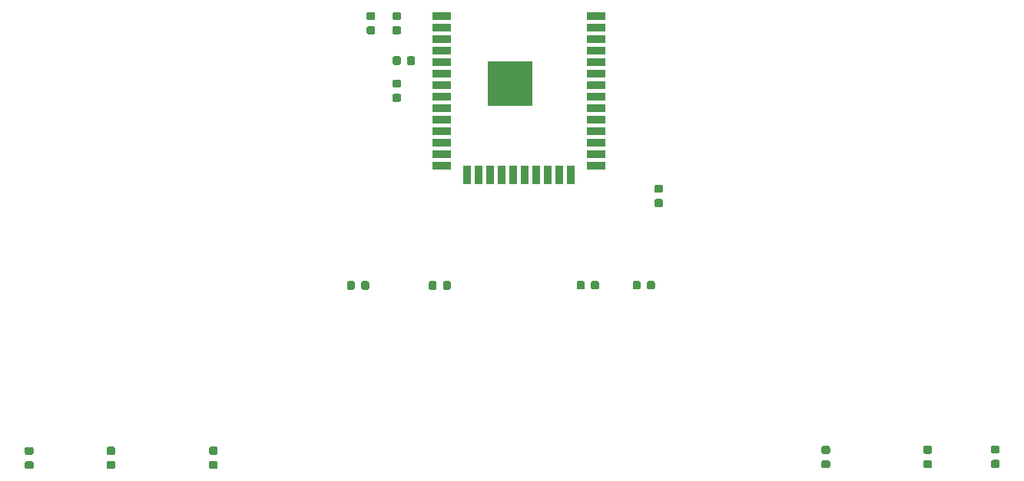
<source format=gbr>
G04 #@! TF.GenerationSoftware,KiCad,Pcbnew,5.1.5+dfsg1-2build2*
G04 #@! TF.CreationDate,2021-04-24T23:58:55+01:00*
G04 #@! TF.ProjectId,alarm_sensors,616c6172-6d5f-4736-956e-736f72732e6b,rev?*
G04 #@! TF.SameCoordinates,Original*
G04 #@! TF.FileFunction,Paste,Top*
G04 #@! TF.FilePolarity,Positive*
%FSLAX46Y46*%
G04 Gerber Fmt 4.6, Leading zero omitted, Abs format (unit mm)*
G04 Created by KiCad (PCBNEW 5.1.5+dfsg1-2build2) date 2021-04-24 23:58:55*
%MOMM*%
%LPD*%
G04 APERTURE LIST*
%ADD10C,0.100000*%
%ADD11R,5.000000X5.000000*%
%ADD12R,2.000000X0.900000*%
%ADD13R,0.900000X2.000000*%
G04 APERTURE END LIST*
D10*
G36*
X129325091Y-76308753D02*
G01*
X129346326Y-76311903D01*
X129367150Y-76317119D01*
X129387362Y-76324351D01*
X129406768Y-76333530D01*
X129425181Y-76344566D01*
X129442424Y-76357354D01*
X129458330Y-76371770D01*
X129472746Y-76387676D01*
X129485534Y-76404919D01*
X129496570Y-76423332D01*
X129505749Y-76442738D01*
X129512981Y-76462950D01*
X129518197Y-76483774D01*
X129521347Y-76505009D01*
X129522400Y-76526450D01*
X129522400Y-76963950D01*
X129521347Y-76985391D01*
X129518197Y-77006626D01*
X129512981Y-77027450D01*
X129505749Y-77047662D01*
X129496570Y-77067068D01*
X129485534Y-77085481D01*
X129472746Y-77102724D01*
X129458330Y-77118630D01*
X129442424Y-77133046D01*
X129425181Y-77145834D01*
X129406768Y-77156870D01*
X129387362Y-77166049D01*
X129367150Y-77173281D01*
X129346326Y-77178497D01*
X129325091Y-77181647D01*
X129303650Y-77182700D01*
X128791150Y-77182700D01*
X128769709Y-77181647D01*
X128748474Y-77178497D01*
X128727650Y-77173281D01*
X128707438Y-77166049D01*
X128688032Y-77156870D01*
X128669619Y-77145834D01*
X128652376Y-77133046D01*
X128636470Y-77118630D01*
X128622054Y-77102724D01*
X128609266Y-77085481D01*
X128598230Y-77067068D01*
X128589051Y-77047662D01*
X128581819Y-77027450D01*
X128576603Y-77006626D01*
X128573453Y-76985391D01*
X128572400Y-76963950D01*
X128572400Y-76526450D01*
X128573453Y-76505009D01*
X128576603Y-76483774D01*
X128581819Y-76462950D01*
X128589051Y-76442738D01*
X128598230Y-76423332D01*
X128609266Y-76404919D01*
X128622054Y-76387676D01*
X128636470Y-76371770D01*
X128652376Y-76357354D01*
X128669619Y-76344566D01*
X128688032Y-76333530D01*
X128707438Y-76324351D01*
X128727650Y-76317119D01*
X128748474Y-76311903D01*
X128769709Y-76308753D01*
X128791150Y-76307700D01*
X129303650Y-76307700D01*
X129325091Y-76308753D01*
G37*
G36*
X129325091Y-74733753D02*
G01*
X129346326Y-74736903D01*
X129367150Y-74742119D01*
X129387362Y-74749351D01*
X129406768Y-74758530D01*
X129425181Y-74769566D01*
X129442424Y-74782354D01*
X129458330Y-74796770D01*
X129472746Y-74812676D01*
X129485534Y-74829919D01*
X129496570Y-74848332D01*
X129505749Y-74867738D01*
X129512981Y-74887950D01*
X129518197Y-74908774D01*
X129521347Y-74930009D01*
X129522400Y-74951450D01*
X129522400Y-75388950D01*
X129521347Y-75410391D01*
X129518197Y-75431626D01*
X129512981Y-75452450D01*
X129505749Y-75472662D01*
X129496570Y-75492068D01*
X129485534Y-75510481D01*
X129472746Y-75527724D01*
X129458330Y-75543630D01*
X129442424Y-75558046D01*
X129425181Y-75570834D01*
X129406768Y-75581870D01*
X129387362Y-75591049D01*
X129367150Y-75598281D01*
X129346326Y-75603497D01*
X129325091Y-75606647D01*
X129303650Y-75607700D01*
X128791150Y-75607700D01*
X128769709Y-75606647D01*
X128748474Y-75603497D01*
X128727650Y-75598281D01*
X128707438Y-75591049D01*
X128688032Y-75581870D01*
X128669619Y-75570834D01*
X128652376Y-75558046D01*
X128636470Y-75543630D01*
X128622054Y-75527724D01*
X128609266Y-75510481D01*
X128598230Y-75492068D01*
X128589051Y-75472662D01*
X128581819Y-75452450D01*
X128576603Y-75431626D01*
X128573453Y-75410391D01*
X128572400Y-75388950D01*
X128572400Y-74951450D01*
X128573453Y-74930009D01*
X128576603Y-74908774D01*
X128581819Y-74887950D01*
X128589051Y-74867738D01*
X128598230Y-74848332D01*
X128609266Y-74829919D01*
X128622054Y-74812676D01*
X128636470Y-74796770D01*
X128652376Y-74782354D01*
X128669619Y-74769566D01*
X128688032Y-74758530D01*
X128707438Y-74749351D01*
X128727650Y-74742119D01*
X128748474Y-74736903D01*
X128769709Y-74733753D01*
X128791150Y-74732700D01*
X129303650Y-74732700D01*
X129325091Y-74733753D01*
G37*
G36*
X130862491Y-72169053D02*
G01*
X130883726Y-72172203D01*
X130904550Y-72177419D01*
X130924762Y-72184651D01*
X130944168Y-72193830D01*
X130962581Y-72204866D01*
X130979824Y-72217654D01*
X130995730Y-72232070D01*
X131010146Y-72247976D01*
X131022934Y-72265219D01*
X131033970Y-72283632D01*
X131043149Y-72303038D01*
X131050381Y-72323250D01*
X131055597Y-72344074D01*
X131058747Y-72365309D01*
X131059800Y-72386750D01*
X131059800Y-72899250D01*
X131058747Y-72920691D01*
X131055597Y-72941926D01*
X131050381Y-72962750D01*
X131043149Y-72982962D01*
X131033970Y-73002368D01*
X131022934Y-73020781D01*
X131010146Y-73038024D01*
X130995730Y-73053930D01*
X130979824Y-73068346D01*
X130962581Y-73081134D01*
X130944168Y-73092170D01*
X130924762Y-73101349D01*
X130904550Y-73108581D01*
X130883726Y-73113797D01*
X130862491Y-73116947D01*
X130841050Y-73118000D01*
X130403550Y-73118000D01*
X130382109Y-73116947D01*
X130360874Y-73113797D01*
X130340050Y-73108581D01*
X130319838Y-73101349D01*
X130300432Y-73092170D01*
X130282019Y-73081134D01*
X130264776Y-73068346D01*
X130248870Y-73053930D01*
X130234454Y-73038024D01*
X130221666Y-73020781D01*
X130210630Y-73002368D01*
X130201451Y-72982962D01*
X130194219Y-72962750D01*
X130189003Y-72941926D01*
X130185853Y-72920691D01*
X130184800Y-72899250D01*
X130184800Y-72386750D01*
X130185853Y-72365309D01*
X130189003Y-72344074D01*
X130194219Y-72323250D01*
X130201451Y-72303038D01*
X130210630Y-72283632D01*
X130221666Y-72265219D01*
X130234454Y-72247976D01*
X130248870Y-72232070D01*
X130264776Y-72217654D01*
X130282019Y-72204866D01*
X130300432Y-72193830D01*
X130319838Y-72184651D01*
X130340050Y-72177419D01*
X130360874Y-72172203D01*
X130382109Y-72169053D01*
X130403550Y-72168000D01*
X130841050Y-72168000D01*
X130862491Y-72169053D01*
G37*
G36*
X129287491Y-72169053D02*
G01*
X129308726Y-72172203D01*
X129329550Y-72177419D01*
X129349762Y-72184651D01*
X129369168Y-72193830D01*
X129387581Y-72204866D01*
X129404824Y-72217654D01*
X129420730Y-72232070D01*
X129435146Y-72247976D01*
X129447934Y-72265219D01*
X129458970Y-72283632D01*
X129468149Y-72303038D01*
X129475381Y-72323250D01*
X129480597Y-72344074D01*
X129483747Y-72365309D01*
X129484800Y-72386750D01*
X129484800Y-72899250D01*
X129483747Y-72920691D01*
X129480597Y-72941926D01*
X129475381Y-72962750D01*
X129468149Y-72982962D01*
X129458970Y-73002368D01*
X129447934Y-73020781D01*
X129435146Y-73038024D01*
X129420730Y-73053930D01*
X129404824Y-73068346D01*
X129387581Y-73081134D01*
X129369168Y-73092170D01*
X129349762Y-73101349D01*
X129329550Y-73108581D01*
X129308726Y-73113797D01*
X129287491Y-73116947D01*
X129266050Y-73118000D01*
X128828550Y-73118000D01*
X128807109Y-73116947D01*
X128785874Y-73113797D01*
X128765050Y-73108581D01*
X128744838Y-73101349D01*
X128725432Y-73092170D01*
X128707019Y-73081134D01*
X128689776Y-73068346D01*
X128673870Y-73053930D01*
X128659454Y-73038024D01*
X128646666Y-73020781D01*
X128635630Y-73002368D01*
X128626451Y-72982962D01*
X128619219Y-72962750D01*
X128614003Y-72941926D01*
X128610853Y-72920691D01*
X128609800Y-72899250D01*
X128609800Y-72386750D01*
X128610853Y-72365309D01*
X128614003Y-72344074D01*
X128619219Y-72323250D01*
X128626451Y-72303038D01*
X128635630Y-72283632D01*
X128646666Y-72265219D01*
X128659454Y-72247976D01*
X128673870Y-72232070D01*
X128689776Y-72217654D01*
X128707019Y-72204866D01*
X128725432Y-72193830D01*
X128744838Y-72184651D01*
X128765050Y-72177419D01*
X128785874Y-72172203D01*
X128807109Y-72169053D01*
X128828550Y-72168000D01*
X129266050Y-72168000D01*
X129287491Y-72169053D01*
G37*
G36*
X158179491Y-87916553D02*
G01*
X158200726Y-87919703D01*
X158221550Y-87924919D01*
X158241762Y-87932151D01*
X158261168Y-87941330D01*
X158279581Y-87952366D01*
X158296824Y-87965154D01*
X158312730Y-87979570D01*
X158327146Y-87995476D01*
X158339934Y-88012719D01*
X158350970Y-88031132D01*
X158360149Y-88050538D01*
X158367381Y-88070750D01*
X158372597Y-88091574D01*
X158375747Y-88112809D01*
X158376800Y-88134250D01*
X158376800Y-88571750D01*
X158375747Y-88593191D01*
X158372597Y-88614426D01*
X158367381Y-88635250D01*
X158360149Y-88655462D01*
X158350970Y-88674868D01*
X158339934Y-88693281D01*
X158327146Y-88710524D01*
X158312730Y-88726430D01*
X158296824Y-88740846D01*
X158279581Y-88753634D01*
X158261168Y-88764670D01*
X158241762Y-88773849D01*
X158221550Y-88781081D01*
X158200726Y-88786297D01*
X158179491Y-88789447D01*
X158158050Y-88790500D01*
X157645550Y-88790500D01*
X157624109Y-88789447D01*
X157602874Y-88786297D01*
X157582050Y-88781081D01*
X157561838Y-88773849D01*
X157542432Y-88764670D01*
X157524019Y-88753634D01*
X157506776Y-88740846D01*
X157490870Y-88726430D01*
X157476454Y-88710524D01*
X157463666Y-88693281D01*
X157452630Y-88674868D01*
X157443451Y-88655462D01*
X157436219Y-88635250D01*
X157431003Y-88614426D01*
X157427853Y-88593191D01*
X157426800Y-88571750D01*
X157426800Y-88134250D01*
X157427853Y-88112809D01*
X157431003Y-88091574D01*
X157436219Y-88070750D01*
X157443451Y-88050538D01*
X157452630Y-88031132D01*
X157463666Y-88012719D01*
X157476454Y-87995476D01*
X157490870Y-87979570D01*
X157506776Y-87965154D01*
X157524019Y-87952366D01*
X157542432Y-87941330D01*
X157561838Y-87932151D01*
X157582050Y-87924919D01*
X157602874Y-87919703D01*
X157624109Y-87916553D01*
X157645550Y-87915500D01*
X158158050Y-87915500D01*
X158179491Y-87916553D01*
G37*
G36*
X158179491Y-86341553D02*
G01*
X158200726Y-86344703D01*
X158221550Y-86349919D01*
X158241762Y-86357151D01*
X158261168Y-86366330D01*
X158279581Y-86377366D01*
X158296824Y-86390154D01*
X158312730Y-86404570D01*
X158327146Y-86420476D01*
X158339934Y-86437719D01*
X158350970Y-86456132D01*
X158360149Y-86475538D01*
X158367381Y-86495750D01*
X158372597Y-86516574D01*
X158375747Y-86537809D01*
X158376800Y-86559250D01*
X158376800Y-86996750D01*
X158375747Y-87018191D01*
X158372597Y-87039426D01*
X158367381Y-87060250D01*
X158360149Y-87080462D01*
X158350970Y-87099868D01*
X158339934Y-87118281D01*
X158327146Y-87135524D01*
X158312730Y-87151430D01*
X158296824Y-87165846D01*
X158279581Y-87178634D01*
X158261168Y-87189670D01*
X158241762Y-87198849D01*
X158221550Y-87206081D01*
X158200726Y-87211297D01*
X158179491Y-87214447D01*
X158158050Y-87215500D01*
X157645550Y-87215500D01*
X157624109Y-87214447D01*
X157602874Y-87211297D01*
X157582050Y-87206081D01*
X157561838Y-87198849D01*
X157542432Y-87189670D01*
X157524019Y-87178634D01*
X157506776Y-87165846D01*
X157490870Y-87151430D01*
X157476454Y-87135524D01*
X157463666Y-87118281D01*
X157452630Y-87099868D01*
X157443451Y-87080462D01*
X157436219Y-87060250D01*
X157431003Y-87039426D01*
X157427853Y-87018191D01*
X157426800Y-86996750D01*
X157426800Y-86559250D01*
X157427853Y-86537809D01*
X157431003Y-86516574D01*
X157436219Y-86495750D01*
X157443451Y-86475538D01*
X157452630Y-86456132D01*
X157463666Y-86437719D01*
X157476454Y-86420476D01*
X157490870Y-86404570D01*
X157506776Y-86390154D01*
X157524019Y-86377366D01*
X157542432Y-86366330D01*
X157561838Y-86357151D01*
X157582050Y-86349919D01*
X157602874Y-86344703D01*
X157624109Y-86341553D01*
X157645550Y-86340500D01*
X158158050Y-86340500D01*
X158179491Y-86341553D01*
G37*
G36*
X195288891Y-116707453D02*
G01*
X195310126Y-116710603D01*
X195330950Y-116715819D01*
X195351162Y-116723051D01*
X195370568Y-116732230D01*
X195388981Y-116743266D01*
X195406224Y-116756054D01*
X195422130Y-116770470D01*
X195436546Y-116786376D01*
X195449334Y-116803619D01*
X195460370Y-116822032D01*
X195469549Y-116841438D01*
X195476781Y-116861650D01*
X195481997Y-116882474D01*
X195485147Y-116903709D01*
X195486200Y-116925150D01*
X195486200Y-117362650D01*
X195485147Y-117384091D01*
X195481997Y-117405326D01*
X195476781Y-117426150D01*
X195469549Y-117446362D01*
X195460370Y-117465768D01*
X195449334Y-117484181D01*
X195436546Y-117501424D01*
X195422130Y-117517330D01*
X195406224Y-117531746D01*
X195388981Y-117544534D01*
X195370568Y-117555570D01*
X195351162Y-117564749D01*
X195330950Y-117571981D01*
X195310126Y-117577197D01*
X195288891Y-117580347D01*
X195267450Y-117581400D01*
X194754950Y-117581400D01*
X194733509Y-117580347D01*
X194712274Y-117577197D01*
X194691450Y-117571981D01*
X194671238Y-117564749D01*
X194651832Y-117555570D01*
X194633419Y-117544534D01*
X194616176Y-117531746D01*
X194600270Y-117517330D01*
X194585854Y-117501424D01*
X194573066Y-117484181D01*
X194562030Y-117465768D01*
X194552851Y-117446362D01*
X194545619Y-117426150D01*
X194540403Y-117405326D01*
X194537253Y-117384091D01*
X194536200Y-117362650D01*
X194536200Y-116925150D01*
X194537253Y-116903709D01*
X194540403Y-116882474D01*
X194545619Y-116861650D01*
X194552851Y-116841438D01*
X194562030Y-116822032D01*
X194573066Y-116803619D01*
X194585854Y-116786376D01*
X194600270Y-116770470D01*
X194616176Y-116756054D01*
X194633419Y-116743266D01*
X194651832Y-116732230D01*
X194671238Y-116723051D01*
X194691450Y-116715819D01*
X194712274Y-116710603D01*
X194733509Y-116707453D01*
X194754950Y-116706400D01*
X195267450Y-116706400D01*
X195288891Y-116707453D01*
G37*
G36*
X195288891Y-115132453D02*
G01*
X195310126Y-115135603D01*
X195330950Y-115140819D01*
X195351162Y-115148051D01*
X195370568Y-115157230D01*
X195388981Y-115168266D01*
X195406224Y-115181054D01*
X195422130Y-115195470D01*
X195436546Y-115211376D01*
X195449334Y-115228619D01*
X195460370Y-115247032D01*
X195469549Y-115266438D01*
X195476781Y-115286650D01*
X195481997Y-115307474D01*
X195485147Y-115328709D01*
X195486200Y-115350150D01*
X195486200Y-115787650D01*
X195485147Y-115809091D01*
X195481997Y-115830326D01*
X195476781Y-115851150D01*
X195469549Y-115871362D01*
X195460370Y-115890768D01*
X195449334Y-115909181D01*
X195436546Y-115926424D01*
X195422130Y-115942330D01*
X195406224Y-115956746D01*
X195388981Y-115969534D01*
X195370568Y-115980570D01*
X195351162Y-115989749D01*
X195330950Y-115996981D01*
X195310126Y-116002197D01*
X195288891Y-116005347D01*
X195267450Y-116006400D01*
X194754950Y-116006400D01*
X194733509Y-116005347D01*
X194712274Y-116002197D01*
X194691450Y-115996981D01*
X194671238Y-115989749D01*
X194651832Y-115980570D01*
X194633419Y-115969534D01*
X194616176Y-115956746D01*
X194600270Y-115942330D01*
X194585854Y-115926424D01*
X194573066Y-115909181D01*
X194562030Y-115890768D01*
X194552851Y-115871362D01*
X194545619Y-115851150D01*
X194540403Y-115830326D01*
X194537253Y-115809091D01*
X194536200Y-115787650D01*
X194536200Y-115350150D01*
X194537253Y-115328709D01*
X194540403Y-115307474D01*
X194545619Y-115286650D01*
X194552851Y-115266438D01*
X194562030Y-115247032D01*
X194573066Y-115228619D01*
X194585854Y-115211376D01*
X194600270Y-115195470D01*
X194616176Y-115181054D01*
X194633419Y-115168266D01*
X194651832Y-115157230D01*
X194671238Y-115148051D01*
X194691450Y-115140819D01*
X194712274Y-115135603D01*
X194733509Y-115132453D01*
X194754950Y-115131400D01*
X195267450Y-115131400D01*
X195288891Y-115132453D01*
G37*
G36*
X187846691Y-116732853D02*
G01*
X187867926Y-116736003D01*
X187888750Y-116741219D01*
X187908962Y-116748451D01*
X187928368Y-116757630D01*
X187946781Y-116768666D01*
X187964024Y-116781454D01*
X187979930Y-116795870D01*
X187994346Y-116811776D01*
X188007134Y-116829019D01*
X188018170Y-116847432D01*
X188027349Y-116866838D01*
X188034581Y-116887050D01*
X188039797Y-116907874D01*
X188042947Y-116929109D01*
X188044000Y-116950550D01*
X188044000Y-117388050D01*
X188042947Y-117409491D01*
X188039797Y-117430726D01*
X188034581Y-117451550D01*
X188027349Y-117471762D01*
X188018170Y-117491168D01*
X188007134Y-117509581D01*
X187994346Y-117526824D01*
X187979930Y-117542730D01*
X187964024Y-117557146D01*
X187946781Y-117569934D01*
X187928368Y-117580970D01*
X187908962Y-117590149D01*
X187888750Y-117597381D01*
X187867926Y-117602597D01*
X187846691Y-117605747D01*
X187825250Y-117606800D01*
X187312750Y-117606800D01*
X187291309Y-117605747D01*
X187270074Y-117602597D01*
X187249250Y-117597381D01*
X187229038Y-117590149D01*
X187209632Y-117580970D01*
X187191219Y-117569934D01*
X187173976Y-117557146D01*
X187158070Y-117542730D01*
X187143654Y-117526824D01*
X187130866Y-117509581D01*
X187119830Y-117491168D01*
X187110651Y-117471762D01*
X187103419Y-117451550D01*
X187098203Y-117430726D01*
X187095053Y-117409491D01*
X187094000Y-117388050D01*
X187094000Y-116950550D01*
X187095053Y-116929109D01*
X187098203Y-116907874D01*
X187103419Y-116887050D01*
X187110651Y-116866838D01*
X187119830Y-116847432D01*
X187130866Y-116829019D01*
X187143654Y-116811776D01*
X187158070Y-116795870D01*
X187173976Y-116781454D01*
X187191219Y-116768666D01*
X187209632Y-116757630D01*
X187229038Y-116748451D01*
X187249250Y-116741219D01*
X187270074Y-116736003D01*
X187291309Y-116732853D01*
X187312750Y-116731800D01*
X187825250Y-116731800D01*
X187846691Y-116732853D01*
G37*
G36*
X187846691Y-115157853D02*
G01*
X187867926Y-115161003D01*
X187888750Y-115166219D01*
X187908962Y-115173451D01*
X187928368Y-115182630D01*
X187946781Y-115193666D01*
X187964024Y-115206454D01*
X187979930Y-115220870D01*
X187994346Y-115236776D01*
X188007134Y-115254019D01*
X188018170Y-115272432D01*
X188027349Y-115291838D01*
X188034581Y-115312050D01*
X188039797Y-115332874D01*
X188042947Y-115354109D01*
X188044000Y-115375550D01*
X188044000Y-115813050D01*
X188042947Y-115834491D01*
X188039797Y-115855726D01*
X188034581Y-115876550D01*
X188027349Y-115896762D01*
X188018170Y-115916168D01*
X188007134Y-115934581D01*
X187994346Y-115951824D01*
X187979930Y-115967730D01*
X187964024Y-115982146D01*
X187946781Y-115994934D01*
X187928368Y-116005970D01*
X187908962Y-116015149D01*
X187888750Y-116022381D01*
X187867926Y-116027597D01*
X187846691Y-116030747D01*
X187825250Y-116031800D01*
X187312750Y-116031800D01*
X187291309Y-116030747D01*
X187270074Y-116027597D01*
X187249250Y-116022381D01*
X187229038Y-116015149D01*
X187209632Y-116005970D01*
X187191219Y-115994934D01*
X187173976Y-115982146D01*
X187158070Y-115967730D01*
X187143654Y-115951824D01*
X187130866Y-115934581D01*
X187119830Y-115916168D01*
X187110651Y-115896762D01*
X187103419Y-115876550D01*
X187098203Y-115855726D01*
X187095053Y-115834491D01*
X187094000Y-115813050D01*
X187094000Y-115375550D01*
X187095053Y-115354109D01*
X187098203Y-115332874D01*
X187103419Y-115312050D01*
X187110651Y-115291838D01*
X187119830Y-115272432D01*
X187130866Y-115254019D01*
X187143654Y-115236776D01*
X187158070Y-115220870D01*
X187173976Y-115206454D01*
X187191219Y-115193666D01*
X187209632Y-115182630D01*
X187229038Y-115173451D01*
X187249250Y-115166219D01*
X187270074Y-115161003D01*
X187291309Y-115157853D01*
X187312750Y-115156800D01*
X187825250Y-115156800D01*
X187846691Y-115157853D01*
G37*
G36*
X176607191Y-116745553D02*
G01*
X176628426Y-116748703D01*
X176649250Y-116753919D01*
X176669462Y-116761151D01*
X176688868Y-116770330D01*
X176707281Y-116781366D01*
X176724524Y-116794154D01*
X176740430Y-116808570D01*
X176754846Y-116824476D01*
X176767634Y-116841719D01*
X176778670Y-116860132D01*
X176787849Y-116879538D01*
X176795081Y-116899750D01*
X176800297Y-116920574D01*
X176803447Y-116941809D01*
X176804500Y-116963250D01*
X176804500Y-117400750D01*
X176803447Y-117422191D01*
X176800297Y-117443426D01*
X176795081Y-117464250D01*
X176787849Y-117484462D01*
X176778670Y-117503868D01*
X176767634Y-117522281D01*
X176754846Y-117539524D01*
X176740430Y-117555430D01*
X176724524Y-117569846D01*
X176707281Y-117582634D01*
X176688868Y-117593670D01*
X176669462Y-117602849D01*
X176649250Y-117610081D01*
X176628426Y-117615297D01*
X176607191Y-117618447D01*
X176585750Y-117619500D01*
X176073250Y-117619500D01*
X176051809Y-117618447D01*
X176030574Y-117615297D01*
X176009750Y-117610081D01*
X175989538Y-117602849D01*
X175970132Y-117593670D01*
X175951719Y-117582634D01*
X175934476Y-117569846D01*
X175918570Y-117555430D01*
X175904154Y-117539524D01*
X175891366Y-117522281D01*
X175880330Y-117503868D01*
X175871151Y-117484462D01*
X175863919Y-117464250D01*
X175858703Y-117443426D01*
X175855553Y-117422191D01*
X175854500Y-117400750D01*
X175854500Y-116963250D01*
X175855553Y-116941809D01*
X175858703Y-116920574D01*
X175863919Y-116899750D01*
X175871151Y-116879538D01*
X175880330Y-116860132D01*
X175891366Y-116841719D01*
X175904154Y-116824476D01*
X175918570Y-116808570D01*
X175934476Y-116794154D01*
X175951719Y-116781366D01*
X175970132Y-116770330D01*
X175989538Y-116761151D01*
X176009750Y-116753919D01*
X176030574Y-116748703D01*
X176051809Y-116745553D01*
X176073250Y-116744500D01*
X176585750Y-116744500D01*
X176607191Y-116745553D01*
G37*
G36*
X176607191Y-115170553D02*
G01*
X176628426Y-115173703D01*
X176649250Y-115178919D01*
X176669462Y-115186151D01*
X176688868Y-115195330D01*
X176707281Y-115206366D01*
X176724524Y-115219154D01*
X176740430Y-115233570D01*
X176754846Y-115249476D01*
X176767634Y-115266719D01*
X176778670Y-115285132D01*
X176787849Y-115304538D01*
X176795081Y-115324750D01*
X176800297Y-115345574D01*
X176803447Y-115366809D01*
X176804500Y-115388250D01*
X176804500Y-115825750D01*
X176803447Y-115847191D01*
X176800297Y-115868426D01*
X176795081Y-115889250D01*
X176787849Y-115909462D01*
X176778670Y-115928868D01*
X176767634Y-115947281D01*
X176754846Y-115964524D01*
X176740430Y-115980430D01*
X176724524Y-115994846D01*
X176707281Y-116007634D01*
X176688868Y-116018670D01*
X176669462Y-116027849D01*
X176649250Y-116035081D01*
X176628426Y-116040297D01*
X176607191Y-116043447D01*
X176585750Y-116044500D01*
X176073250Y-116044500D01*
X176051809Y-116043447D01*
X176030574Y-116040297D01*
X176009750Y-116035081D01*
X175989538Y-116027849D01*
X175970132Y-116018670D01*
X175951719Y-116007634D01*
X175934476Y-115994846D01*
X175918570Y-115980430D01*
X175904154Y-115964524D01*
X175891366Y-115947281D01*
X175880330Y-115928868D01*
X175871151Y-115909462D01*
X175863919Y-115889250D01*
X175858703Y-115868426D01*
X175855553Y-115847191D01*
X175854500Y-115825750D01*
X175854500Y-115388250D01*
X175855553Y-115366809D01*
X175858703Y-115345574D01*
X175863919Y-115324750D01*
X175871151Y-115304538D01*
X175880330Y-115285132D01*
X175891366Y-115266719D01*
X175904154Y-115249476D01*
X175918570Y-115233570D01*
X175934476Y-115219154D01*
X175951719Y-115206366D01*
X175970132Y-115195330D01*
X175989538Y-115186151D01*
X176009750Y-115178919D01*
X176030574Y-115173703D01*
X176051809Y-115170553D01*
X176073250Y-115169500D01*
X176585750Y-115169500D01*
X176607191Y-115170553D01*
G37*
G36*
X157303891Y-96959453D02*
G01*
X157325126Y-96962603D01*
X157345950Y-96967819D01*
X157366162Y-96975051D01*
X157385568Y-96984230D01*
X157403981Y-96995266D01*
X157421224Y-97008054D01*
X157437130Y-97022470D01*
X157451546Y-97038376D01*
X157464334Y-97055619D01*
X157475370Y-97074032D01*
X157484549Y-97093438D01*
X157491781Y-97113650D01*
X157496997Y-97134474D01*
X157500147Y-97155709D01*
X157501200Y-97177150D01*
X157501200Y-97689650D01*
X157500147Y-97711091D01*
X157496997Y-97732326D01*
X157491781Y-97753150D01*
X157484549Y-97773362D01*
X157475370Y-97792768D01*
X157464334Y-97811181D01*
X157451546Y-97828424D01*
X157437130Y-97844330D01*
X157421224Y-97858746D01*
X157403981Y-97871534D01*
X157385568Y-97882570D01*
X157366162Y-97891749D01*
X157345950Y-97898981D01*
X157325126Y-97904197D01*
X157303891Y-97907347D01*
X157282450Y-97908400D01*
X156844950Y-97908400D01*
X156823509Y-97907347D01*
X156802274Y-97904197D01*
X156781450Y-97898981D01*
X156761238Y-97891749D01*
X156741832Y-97882570D01*
X156723419Y-97871534D01*
X156706176Y-97858746D01*
X156690270Y-97844330D01*
X156675854Y-97828424D01*
X156663066Y-97811181D01*
X156652030Y-97792768D01*
X156642851Y-97773362D01*
X156635619Y-97753150D01*
X156630403Y-97732326D01*
X156627253Y-97711091D01*
X156626200Y-97689650D01*
X156626200Y-97177150D01*
X156627253Y-97155709D01*
X156630403Y-97134474D01*
X156635619Y-97113650D01*
X156642851Y-97093438D01*
X156652030Y-97074032D01*
X156663066Y-97055619D01*
X156675854Y-97038376D01*
X156690270Y-97022470D01*
X156706176Y-97008054D01*
X156723419Y-96995266D01*
X156741832Y-96984230D01*
X156761238Y-96975051D01*
X156781450Y-96967819D01*
X156802274Y-96962603D01*
X156823509Y-96959453D01*
X156844950Y-96958400D01*
X157282450Y-96958400D01*
X157303891Y-96959453D01*
G37*
G36*
X155728891Y-96959453D02*
G01*
X155750126Y-96962603D01*
X155770950Y-96967819D01*
X155791162Y-96975051D01*
X155810568Y-96984230D01*
X155828981Y-96995266D01*
X155846224Y-97008054D01*
X155862130Y-97022470D01*
X155876546Y-97038376D01*
X155889334Y-97055619D01*
X155900370Y-97074032D01*
X155909549Y-97093438D01*
X155916781Y-97113650D01*
X155921997Y-97134474D01*
X155925147Y-97155709D01*
X155926200Y-97177150D01*
X155926200Y-97689650D01*
X155925147Y-97711091D01*
X155921997Y-97732326D01*
X155916781Y-97753150D01*
X155909549Y-97773362D01*
X155900370Y-97792768D01*
X155889334Y-97811181D01*
X155876546Y-97828424D01*
X155862130Y-97844330D01*
X155846224Y-97858746D01*
X155828981Y-97871534D01*
X155810568Y-97882570D01*
X155791162Y-97891749D01*
X155770950Y-97898981D01*
X155750126Y-97904197D01*
X155728891Y-97907347D01*
X155707450Y-97908400D01*
X155269950Y-97908400D01*
X155248509Y-97907347D01*
X155227274Y-97904197D01*
X155206450Y-97898981D01*
X155186238Y-97891749D01*
X155166832Y-97882570D01*
X155148419Y-97871534D01*
X155131176Y-97858746D01*
X155115270Y-97844330D01*
X155100854Y-97828424D01*
X155088066Y-97811181D01*
X155077030Y-97792768D01*
X155067851Y-97773362D01*
X155060619Y-97753150D01*
X155055403Y-97732326D01*
X155052253Y-97711091D01*
X155051200Y-97689650D01*
X155051200Y-97177150D01*
X155052253Y-97155709D01*
X155055403Y-97134474D01*
X155060619Y-97113650D01*
X155067851Y-97093438D01*
X155077030Y-97074032D01*
X155088066Y-97055619D01*
X155100854Y-97038376D01*
X155115270Y-97022470D01*
X155131176Y-97008054D01*
X155148419Y-96995266D01*
X155166832Y-96984230D01*
X155186238Y-96975051D01*
X155206450Y-96967819D01*
X155227274Y-96962603D01*
X155248509Y-96959453D01*
X155269950Y-96958400D01*
X155707450Y-96958400D01*
X155728891Y-96959453D01*
G37*
G36*
X151131691Y-96959453D02*
G01*
X151152926Y-96962603D01*
X151173750Y-96967819D01*
X151193962Y-96975051D01*
X151213368Y-96984230D01*
X151231781Y-96995266D01*
X151249024Y-97008054D01*
X151264930Y-97022470D01*
X151279346Y-97038376D01*
X151292134Y-97055619D01*
X151303170Y-97074032D01*
X151312349Y-97093438D01*
X151319581Y-97113650D01*
X151324797Y-97134474D01*
X151327947Y-97155709D01*
X151329000Y-97177150D01*
X151329000Y-97689650D01*
X151327947Y-97711091D01*
X151324797Y-97732326D01*
X151319581Y-97753150D01*
X151312349Y-97773362D01*
X151303170Y-97792768D01*
X151292134Y-97811181D01*
X151279346Y-97828424D01*
X151264930Y-97844330D01*
X151249024Y-97858746D01*
X151231781Y-97871534D01*
X151213368Y-97882570D01*
X151193962Y-97891749D01*
X151173750Y-97898981D01*
X151152926Y-97904197D01*
X151131691Y-97907347D01*
X151110250Y-97908400D01*
X150672750Y-97908400D01*
X150651309Y-97907347D01*
X150630074Y-97904197D01*
X150609250Y-97898981D01*
X150589038Y-97891749D01*
X150569632Y-97882570D01*
X150551219Y-97871534D01*
X150533976Y-97858746D01*
X150518070Y-97844330D01*
X150503654Y-97828424D01*
X150490866Y-97811181D01*
X150479830Y-97792768D01*
X150470651Y-97773362D01*
X150463419Y-97753150D01*
X150458203Y-97732326D01*
X150455053Y-97711091D01*
X150454000Y-97689650D01*
X150454000Y-97177150D01*
X150455053Y-97155709D01*
X150458203Y-97134474D01*
X150463419Y-97113650D01*
X150470651Y-97093438D01*
X150479830Y-97074032D01*
X150490866Y-97055619D01*
X150503654Y-97038376D01*
X150518070Y-97022470D01*
X150533976Y-97008054D01*
X150551219Y-96995266D01*
X150569632Y-96984230D01*
X150589038Y-96975051D01*
X150609250Y-96967819D01*
X150630074Y-96962603D01*
X150651309Y-96959453D01*
X150672750Y-96958400D01*
X151110250Y-96958400D01*
X151131691Y-96959453D01*
G37*
G36*
X149556691Y-96959453D02*
G01*
X149577926Y-96962603D01*
X149598750Y-96967819D01*
X149618962Y-96975051D01*
X149638368Y-96984230D01*
X149656781Y-96995266D01*
X149674024Y-97008054D01*
X149689930Y-97022470D01*
X149704346Y-97038376D01*
X149717134Y-97055619D01*
X149728170Y-97074032D01*
X149737349Y-97093438D01*
X149744581Y-97113650D01*
X149749797Y-97134474D01*
X149752947Y-97155709D01*
X149754000Y-97177150D01*
X149754000Y-97689650D01*
X149752947Y-97711091D01*
X149749797Y-97732326D01*
X149744581Y-97753150D01*
X149737349Y-97773362D01*
X149728170Y-97792768D01*
X149717134Y-97811181D01*
X149704346Y-97828424D01*
X149689930Y-97844330D01*
X149674024Y-97858746D01*
X149656781Y-97871534D01*
X149638368Y-97882570D01*
X149618962Y-97891749D01*
X149598750Y-97898981D01*
X149577926Y-97904197D01*
X149556691Y-97907347D01*
X149535250Y-97908400D01*
X149097750Y-97908400D01*
X149076309Y-97907347D01*
X149055074Y-97904197D01*
X149034250Y-97898981D01*
X149014038Y-97891749D01*
X148994632Y-97882570D01*
X148976219Y-97871534D01*
X148958976Y-97858746D01*
X148943070Y-97844330D01*
X148928654Y-97828424D01*
X148915866Y-97811181D01*
X148904830Y-97792768D01*
X148895651Y-97773362D01*
X148888419Y-97753150D01*
X148883203Y-97732326D01*
X148880053Y-97711091D01*
X148879000Y-97689650D01*
X148879000Y-97177150D01*
X148880053Y-97155709D01*
X148883203Y-97134474D01*
X148888419Y-97113650D01*
X148895651Y-97093438D01*
X148904830Y-97074032D01*
X148915866Y-97055619D01*
X148928654Y-97038376D01*
X148943070Y-97022470D01*
X148958976Y-97008054D01*
X148976219Y-96995266D01*
X148994632Y-96984230D01*
X149014038Y-96975051D01*
X149034250Y-96967819D01*
X149055074Y-96962603D01*
X149076309Y-96959453D01*
X149097750Y-96958400D01*
X149535250Y-96958400D01*
X149556691Y-96959453D01*
G37*
G36*
X134812191Y-96972153D02*
G01*
X134833426Y-96975303D01*
X134854250Y-96980519D01*
X134874462Y-96987751D01*
X134893868Y-96996930D01*
X134912281Y-97007966D01*
X134929524Y-97020754D01*
X134945430Y-97035170D01*
X134959846Y-97051076D01*
X134972634Y-97068319D01*
X134983670Y-97086732D01*
X134992849Y-97106138D01*
X135000081Y-97126350D01*
X135005297Y-97147174D01*
X135008447Y-97168409D01*
X135009500Y-97189850D01*
X135009500Y-97702350D01*
X135008447Y-97723791D01*
X135005297Y-97745026D01*
X135000081Y-97765850D01*
X134992849Y-97786062D01*
X134983670Y-97805468D01*
X134972634Y-97823881D01*
X134959846Y-97841124D01*
X134945430Y-97857030D01*
X134929524Y-97871446D01*
X134912281Y-97884234D01*
X134893868Y-97895270D01*
X134874462Y-97904449D01*
X134854250Y-97911681D01*
X134833426Y-97916897D01*
X134812191Y-97920047D01*
X134790750Y-97921100D01*
X134353250Y-97921100D01*
X134331809Y-97920047D01*
X134310574Y-97916897D01*
X134289750Y-97911681D01*
X134269538Y-97904449D01*
X134250132Y-97895270D01*
X134231719Y-97884234D01*
X134214476Y-97871446D01*
X134198570Y-97857030D01*
X134184154Y-97841124D01*
X134171366Y-97823881D01*
X134160330Y-97805468D01*
X134151151Y-97786062D01*
X134143919Y-97765850D01*
X134138703Y-97745026D01*
X134135553Y-97723791D01*
X134134500Y-97702350D01*
X134134500Y-97189850D01*
X134135553Y-97168409D01*
X134138703Y-97147174D01*
X134143919Y-97126350D01*
X134151151Y-97106138D01*
X134160330Y-97086732D01*
X134171366Y-97068319D01*
X134184154Y-97051076D01*
X134198570Y-97035170D01*
X134214476Y-97020754D01*
X134231719Y-97007966D01*
X134250132Y-96996930D01*
X134269538Y-96987751D01*
X134289750Y-96980519D01*
X134310574Y-96975303D01*
X134331809Y-96972153D01*
X134353250Y-96971100D01*
X134790750Y-96971100D01*
X134812191Y-96972153D01*
G37*
G36*
X133237191Y-96972153D02*
G01*
X133258426Y-96975303D01*
X133279250Y-96980519D01*
X133299462Y-96987751D01*
X133318868Y-96996930D01*
X133337281Y-97007966D01*
X133354524Y-97020754D01*
X133370430Y-97035170D01*
X133384846Y-97051076D01*
X133397634Y-97068319D01*
X133408670Y-97086732D01*
X133417849Y-97106138D01*
X133425081Y-97126350D01*
X133430297Y-97147174D01*
X133433447Y-97168409D01*
X133434500Y-97189850D01*
X133434500Y-97702350D01*
X133433447Y-97723791D01*
X133430297Y-97745026D01*
X133425081Y-97765850D01*
X133417849Y-97786062D01*
X133408670Y-97805468D01*
X133397634Y-97823881D01*
X133384846Y-97841124D01*
X133370430Y-97857030D01*
X133354524Y-97871446D01*
X133337281Y-97884234D01*
X133318868Y-97895270D01*
X133299462Y-97904449D01*
X133279250Y-97911681D01*
X133258426Y-97916897D01*
X133237191Y-97920047D01*
X133215750Y-97921100D01*
X132778250Y-97921100D01*
X132756809Y-97920047D01*
X132735574Y-97916897D01*
X132714750Y-97911681D01*
X132694538Y-97904449D01*
X132675132Y-97895270D01*
X132656719Y-97884234D01*
X132639476Y-97871446D01*
X132623570Y-97857030D01*
X132609154Y-97841124D01*
X132596366Y-97823881D01*
X132585330Y-97805468D01*
X132576151Y-97786062D01*
X132568919Y-97765850D01*
X132563703Y-97745026D01*
X132560553Y-97723791D01*
X132559500Y-97702350D01*
X132559500Y-97189850D01*
X132560553Y-97168409D01*
X132563703Y-97147174D01*
X132568919Y-97126350D01*
X132576151Y-97106138D01*
X132585330Y-97086732D01*
X132596366Y-97068319D01*
X132609154Y-97051076D01*
X132623570Y-97035170D01*
X132639476Y-97020754D01*
X132656719Y-97007966D01*
X132675132Y-96996930D01*
X132694538Y-96987751D01*
X132714750Y-96980519D01*
X132735574Y-96975303D01*
X132756809Y-96972153D01*
X132778250Y-96971100D01*
X133215750Y-96971100D01*
X133237191Y-96972153D01*
G37*
G36*
X125807891Y-96972153D02*
G01*
X125829126Y-96975303D01*
X125849950Y-96980519D01*
X125870162Y-96987751D01*
X125889568Y-96996930D01*
X125907981Y-97007966D01*
X125925224Y-97020754D01*
X125941130Y-97035170D01*
X125955546Y-97051076D01*
X125968334Y-97068319D01*
X125979370Y-97086732D01*
X125988549Y-97106138D01*
X125995781Y-97126350D01*
X126000997Y-97147174D01*
X126004147Y-97168409D01*
X126005200Y-97189850D01*
X126005200Y-97702350D01*
X126004147Y-97723791D01*
X126000997Y-97745026D01*
X125995781Y-97765850D01*
X125988549Y-97786062D01*
X125979370Y-97805468D01*
X125968334Y-97823881D01*
X125955546Y-97841124D01*
X125941130Y-97857030D01*
X125925224Y-97871446D01*
X125907981Y-97884234D01*
X125889568Y-97895270D01*
X125870162Y-97904449D01*
X125849950Y-97911681D01*
X125829126Y-97916897D01*
X125807891Y-97920047D01*
X125786450Y-97921100D01*
X125348950Y-97921100D01*
X125327509Y-97920047D01*
X125306274Y-97916897D01*
X125285450Y-97911681D01*
X125265238Y-97904449D01*
X125245832Y-97895270D01*
X125227419Y-97884234D01*
X125210176Y-97871446D01*
X125194270Y-97857030D01*
X125179854Y-97841124D01*
X125167066Y-97823881D01*
X125156030Y-97805468D01*
X125146851Y-97786062D01*
X125139619Y-97765850D01*
X125134403Y-97745026D01*
X125131253Y-97723791D01*
X125130200Y-97702350D01*
X125130200Y-97189850D01*
X125131253Y-97168409D01*
X125134403Y-97147174D01*
X125139619Y-97126350D01*
X125146851Y-97106138D01*
X125156030Y-97086732D01*
X125167066Y-97068319D01*
X125179854Y-97051076D01*
X125194270Y-97035170D01*
X125210176Y-97020754D01*
X125227419Y-97007966D01*
X125245832Y-96996930D01*
X125265238Y-96987751D01*
X125285450Y-96980519D01*
X125306274Y-96975303D01*
X125327509Y-96972153D01*
X125348950Y-96971100D01*
X125786450Y-96971100D01*
X125807891Y-96972153D01*
G37*
G36*
X124232891Y-96972153D02*
G01*
X124254126Y-96975303D01*
X124274950Y-96980519D01*
X124295162Y-96987751D01*
X124314568Y-96996930D01*
X124332981Y-97007966D01*
X124350224Y-97020754D01*
X124366130Y-97035170D01*
X124380546Y-97051076D01*
X124393334Y-97068319D01*
X124404370Y-97086732D01*
X124413549Y-97106138D01*
X124420781Y-97126350D01*
X124425997Y-97147174D01*
X124429147Y-97168409D01*
X124430200Y-97189850D01*
X124430200Y-97702350D01*
X124429147Y-97723791D01*
X124425997Y-97745026D01*
X124420781Y-97765850D01*
X124413549Y-97786062D01*
X124404370Y-97805468D01*
X124393334Y-97823881D01*
X124380546Y-97841124D01*
X124366130Y-97857030D01*
X124350224Y-97871446D01*
X124332981Y-97884234D01*
X124314568Y-97895270D01*
X124295162Y-97904449D01*
X124274950Y-97911681D01*
X124254126Y-97916897D01*
X124232891Y-97920047D01*
X124211450Y-97921100D01*
X123773950Y-97921100D01*
X123752509Y-97920047D01*
X123731274Y-97916897D01*
X123710450Y-97911681D01*
X123690238Y-97904449D01*
X123670832Y-97895270D01*
X123652419Y-97884234D01*
X123635176Y-97871446D01*
X123619270Y-97857030D01*
X123604854Y-97841124D01*
X123592066Y-97823881D01*
X123581030Y-97805468D01*
X123571851Y-97786062D01*
X123564619Y-97765850D01*
X123559403Y-97745026D01*
X123556253Y-97723791D01*
X123555200Y-97702350D01*
X123555200Y-97189850D01*
X123556253Y-97168409D01*
X123559403Y-97147174D01*
X123564619Y-97126350D01*
X123571851Y-97106138D01*
X123581030Y-97086732D01*
X123592066Y-97068319D01*
X123604854Y-97051076D01*
X123619270Y-97035170D01*
X123635176Y-97020754D01*
X123652419Y-97007966D01*
X123670832Y-96996930D01*
X123690238Y-96987751D01*
X123710450Y-96980519D01*
X123731274Y-96975303D01*
X123752509Y-96972153D01*
X123773950Y-96971100D01*
X124211450Y-96971100D01*
X124232891Y-96972153D01*
G37*
G36*
X109119391Y-116821653D02*
G01*
X109140626Y-116824803D01*
X109161450Y-116830019D01*
X109181662Y-116837251D01*
X109201068Y-116846430D01*
X109219481Y-116857466D01*
X109236724Y-116870254D01*
X109252630Y-116884670D01*
X109267046Y-116900576D01*
X109279834Y-116917819D01*
X109290870Y-116936232D01*
X109300049Y-116955638D01*
X109307281Y-116975850D01*
X109312497Y-116996674D01*
X109315647Y-117017909D01*
X109316700Y-117039350D01*
X109316700Y-117476850D01*
X109315647Y-117498291D01*
X109312497Y-117519526D01*
X109307281Y-117540350D01*
X109300049Y-117560562D01*
X109290870Y-117579968D01*
X109279834Y-117598381D01*
X109267046Y-117615624D01*
X109252630Y-117631530D01*
X109236724Y-117645946D01*
X109219481Y-117658734D01*
X109201068Y-117669770D01*
X109181662Y-117678949D01*
X109161450Y-117686181D01*
X109140626Y-117691397D01*
X109119391Y-117694547D01*
X109097950Y-117695600D01*
X108585450Y-117695600D01*
X108564009Y-117694547D01*
X108542774Y-117691397D01*
X108521950Y-117686181D01*
X108501738Y-117678949D01*
X108482332Y-117669770D01*
X108463919Y-117658734D01*
X108446676Y-117645946D01*
X108430770Y-117631530D01*
X108416354Y-117615624D01*
X108403566Y-117598381D01*
X108392530Y-117579968D01*
X108383351Y-117560562D01*
X108376119Y-117540350D01*
X108370903Y-117519526D01*
X108367753Y-117498291D01*
X108366700Y-117476850D01*
X108366700Y-117039350D01*
X108367753Y-117017909D01*
X108370903Y-116996674D01*
X108376119Y-116975850D01*
X108383351Y-116955638D01*
X108392530Y-116936232D01*
X108403566Y-116917819D01*
X108416354Y-116900576D01*
X108430770Y-116884670D01*
X108446676Y-116870254D01*
X108463919Y-116857466D01*
X108482332Y-116846430D01*
X108501738Y-116837251D01*
X108521950Y-116830019D01*
X108542774Y-116824803D01*
X108564009Y-116821653D01*
X108585450Y-116820600D01*
X109097950Y-116820600D01*
X109119391Y-116821653D01*
G37*
G36*
X109119391Y-115246653D02*
G01*
X109140626Y-115249803D01*
X109161450Y-115255019D01*
X109181662Y-115262251D01*
X109201068Y-115271430D01*
X109219481Y-115282466D01*
X109236724Y-115295254D01*
X109252630Y-115309670D01*
X109267046Y-115325576D01*
X109279834Y-115342819D01*
X109290870Y-115361232D01*
X109300049Y-115380638D01*
X109307281Y-115400850D01*
X109312497Y-115421674D01*
X109315647Y-115442909D01*
X109316700Y-115464350D01*
X109316700Y-115901850D01*
X109315647Y-115923291D01*
X109312497Y-115944526D01*
X109307281Y-115965350D01*
X109300049Y-115985562D01*
X109290870Y-116004968D01*
X109279834Y-116023381D01*
X109267046Y-116040624D01*
X109252630Y-116056530D01*
X109236724Y-116070946D01*
X109219481Y-116083734D01*
X109201068Y-116094770D01*
X109181662Y-116103949D01*
X109161450Y-116111181D01*
X109140626Y-116116397D01*
X109119391Y-116119547D01*
X109097950Y-116120600D01*
X108585450Y-116120600D01*
X108564009Y-116119547D01*
X108542774Y-116116397D01*
X108521950Y-116111181D01*
X108501738Y-116103949D01*
X108482332Y-116094770D01*
X108463919Y-116083734D01*
X108446676Y-116070946D01*
X108430770Y-116056530D01*
X108416354Y-116040624D01*
X108403566Y-116023381D01*
X108392530Y-116004968D01*
X108383351Y-115985562D01*
X108376119Y-115965350D01*
X108370903Y-115944526D01*
X108367753Y-115923291D01*
X108366700Y-115901850D01*
X108366700Y-115464350D01*
X108367753Y-115442909D01*
X108370903Y-115421674D01*
X108376119Y-115400850D01*
X108383351Y-115380638D01*
X108392530Y-115361232D01*
X108403566Y-115342819D01*
X108416354Y-115325576D01*
X108430770Y-115309670D01*
X108446676Y-115295254D01*
X108463919Y-115282466D01*
X108482332Y-115271430D01*
X108501738Y-115262251D01*
X108521950Y-115255019D01*
X108542774Y-115249803D01*
X108564009Y-115246653D01*
X108585450Y-115245600D01*
X109097950Y-115245600D01*
X109119391Y-115246653D01*
G37*
G36*
X97829091Y-116834453D02*
G01*
X97850326Y-116837603D01*
X97871150Y-116842819D01*
X97891362Y-116850051D01*
X97910768Y-116859230D01*
X97929181Y-116870266D01*
X97946424Y-116883054D01*
X97962330Y-116897470D01*
X97976746Y-116913376D01*
X97989534Y-116930619D01*
X98000570Y-116949032D01*
X98009749Y-116968438D01*
X98016981Y-116988650D01*
X98022197Y-117009474D01*
X98025347Y-117030709D01*
X98026400Y-117052150D01*
X98026400Y-117489650D01*
X98025347Y-117511091D01*
X98022197Y-117532326D01*
X98016981Y-117553150D01*
X98009749Y-117573362D01*
X98000570Y-117592768D01*
X97989534Y-117611181D01*
X97976746Y-117628424D01*
X97962330Y-117644330D01*
X97946424Y-117658746D01*
X97929181Y-117671534D01*
X97910768Y-117682570D01*
X97891362Y-117691749D01*
X97871150Y-117698981D01*
X97850326Y-117704197D01*
X97829091Y-117707347D01*
X97807650Y-117708400D01*
X97295150Y-117708400D01*
X97273709Y-117707347D01*
X97252474Y-117704197D01*
X97231650Y-117698981D01*
X97211438Y-117691749D01*
X97192032Y-117682570D01*
X97173619Y-117671534D01*
X97156376Y-117658746D01*
X97140470Y-117644330D01*
X97126054Y-117628424D01*
X97113266Y-117611181D01*
X97102230Y-117592768D01*
X97093051Y-117573362D01*
X97085819Y-117553150D01*
X97080603Y-117532326D01*
X97077453Y-117511091D01*
X97076400Y-117489650D01*
X97076400Y-117052150D01*
X97077453Y-117030709D01*
X97080603Y-117009474D01*
X97085819Y-116988650D01*
X97093051Y-116968438D01*
X97102230Y-116949032D01*
X97113266Y-116930619D01*
X97126054Y-116913376D01*
X97140470Y-116897470D01*
X97156376Y-116883054D01*
X97173619Y-116870266D01*
X97192032Y-116859230D01*
X97211438Y-116850051D01*
X97231650Y-116842819D01*
X97252474Y-116837603D01*
X97273709Y-116834453D01*
X97295150Y-116833400D01*
X97807650Y-116833400D01*
X97829091Y-116834453D01*
G37*
G36*
X97829091Y-115259453D02*
G01*
X97850326Y-115262603D01*
X97871150Y-115267819D01*
X97891362Y-115275051D01*
X97910768Y-115284230D01*
X97929181Y-115295266D01*
X97946424Y-115308054D01*
X97962330Y-115322470D01*
X97976746Y-115338376D01*
X97989534Y-115355619D01*
X98000570Y-115374032D01*
X98009749Y-115393438D01*
X98016981Y-115413650D01*
X98022197Y-115434474D01*
X98025347Y-115455709D01*
X98026400Y-115477150D01*
X98026400Y-115914650D01*
X98025347Y-115936091D01*
X98022197Y-115957326D01*
X98016981Y-115978150D01*
X98009749Y-115998362D01*
X98000570Y-116017768D01*
X97989534Y-116036181D01*
X97976746Y-116053424D01*
X97962330Y-116069330D01*
X97946424Y-116083746D01*
X97929181Y-116096534D01*
X97910768Y-116107570D01*
X97891362Y-116116749D01*
X97871150Y-116123981D01*
X97850326Y-116129197D01*
X97829091Y-116132347D01*
X97807650Y-116133400D01*
X97295150Y-116133400D01*
X97273709Y-116132347D01*
X97252474Y-116129197D01*
X97231650Y-116123981D01*
X97211438Y-116116749D01*
X97192032Y-116107570D01*
X97173619Y-116096534D01*
X97156376Y-116083746D01*
X97140470Y-116069330D01*
X97126054Y-116053424D01*
X97113266Y-116036181D01*
X97102230Y-116017768D01*
X97093051Y-115998362D01*
X97085819Y-115978150D01*
X97080603Y-115957326D01*
X97077453Y-115936091D01*
X97076400Y-115914650D01*
X97076400Y-115477150D01*
X97077453Y-115455709D01*
X97080603Y-115434474D01*
X97085819Y-115413650D01*
X97093051Y-115393438D01*
X97102230Y-115374032D01*
X97113266Y-115355619D01*
X97126054Y-115338376D01*
X97140470Y-115322470D01*
X97156376Y-115308054D01*
X97173619Y-115295266D01*
X97192032Y-115284230D01*
X97211438Y-115275051D01*
X97231650Y-115267819D01*
X97252474Y-115262603D01*
X97273709Y-115259453D01*
X97295150Y-115258400D01*
X97807650Y-115258400D01*
X97829091Y-115259453D01*
G37*
G36*
X88812091Y-116847153D02*
G01*
X88833326Y-116850303D01*
X88854150Y-116855519D01*
X88874362Y-116862751D01*
X88893768Y-116871930D01*
X88912181Y-116882966D01*
X88929424Y-116895754D01*
X88945330Y-116910170D01*
X88959746Y-116926076D01*
X88972534Y-116943319D01*
X88983570Y-116961732D01*
X88992749Y-116981138D01*
X88999981Y-117001350D01*
X89005197Y-117022174D01*
X89008347Y-117043409D01*
X89009400Y-117064850D01*
X89009400Y-117502350D01*
X89008347Y-117523791D01*
X89005197Y-117545026D01*
X88999981Y-117565850D01*
X88992749Y-117586062D01*
X88983570Y-117605468D01*
X88972534Y-117623881D01*
X88959746Y-117641124D01*
X88945330Y-117657030D01*
X88929424Y-117671446D01*
X88912181Y-117684234D01*
X88893768Y-117695270D01*
X88874362Y-117704449D01*
X88854150Y-117711681D01*
X88833326Y-117716897D01*
X88812091Y-117720047D01*
X88790650Y-117721100D01*
X88278150Y-117721100D01*
X88256709Y-117720047D01*
X88235474Y-117716897D01*
X88214650Y-117711681D01*
X88194438Y-117704449D01*
X88175032Y-117695270D01*
X88156619Y-117684234D01*
X88139376Y-117671446D01*
X88123470Y-117657030D01*
X88109054Y-117641124D01*
X88096266Y-117623881D01*
X88085230Y-117605468D01*
X88076051Y-117586062D01*
X88068819Y-117565850D01*
X88063603Y-117545026D01*
X88060453Y-117523791D01*
X88059400Y-117502350D01*
X88059400Y-117064850D01*
X88060453Y-117043409D01*
X88063603Y-117022174D01*
X88068819Y-117001350D01*
X88076051Y-116981138D01*
X88085230Y-116961732D01*
X88096266Y-116943319D01*
X88109054Y-116926076D01*
X88123470Y-116910170D01*
X88139376Y-116895754D01*
X88156619Y-116882966D01*
X88175032Y-116871930D01*
X88194438Y-116862751D01*
X88214650Y-116855519D01*
X88235474Y-116850303D01*
X88256709Y-116847153D01*
X88278150Y-116846100D01*
X88790650Y-116846100D01*
X88812091Y-116847153D01*
G37*
G36*
X88812091Y-115272153D02*
G01*
X88833326Y-115275303D01*
X88854150Y-115280519D01*
X88874362Y-115287751D01*
X88893768Y-115296930D01*
X88912181Y-115307966D01*
X88929424Y-115320754D01*
X88945330Y-115335170D01*
X88959746Y-115351076D01*
X88972534Y-115368319D01*
X88983570Y-115386732D01*
X88992749Y-115406138D01*
X88999981Y-115426350D01*
X89005197Y-115447174D01*
X89008347Y-115468409D01*
X89009400Y-115489850D01*
X89009400Y-115927350D01*
X89008347Y-115948791D01*
X89005197Y-115970026D01*
X88999981Y-115990850D01*
X88992749Y-116011062D01*
X88983570Y-116030468D01*
X88972534Y-116048881D01*
X88959746Y-116066124D01*
X88945330Y-116082030D01*
X88929424Y-116096446D01*
X88912181Y-116109234D01*
X88893768Y-116120270D01*
X88874362Y-116129449D01*
X88854150Y-116136681D01*
X88833326Y-116141897D01*
X88812091Y-116145047D01*
X88790650Y-116146100D01*
X88278150Y-116146100D01*
X88256709Y-116145047D01*
X88235474Y-116141897D01*
X88214650Y-116136681D01*
X88194438Y-116129449D01*
X88175032Y-116120270D01*
X88156619Y-116109234D01*
X88139376Y-116096446D01*
X88123470Y-116082030D01*
X88109054Y-116066124D01*
X88096266Y-116048881D01*
X88085230Y-116030468D01*
X88076051Y-116011062D01*
X88068819Y-115990850D01*
X88063603Y-115970026D01*
X88060453Y-115948791D01*
X88059400Y-115927350D01*
X88059400Y-115489850D01*
X88060453Y-115468409D01*
X88063603Y-115447174D01*
X88068819Y-115426350D01*
X88076051Y-115406138D01*
X88085230Y-115386732D01*
X88096266Y-115368319D01*
X88109054Y-115351076D01*
X88123470Y-115335170D01*
X88139376Y-115320754D01*
X88156619Y-115307966D01*
X88175032Y-115296930D01*
X88194438Y-115287751D01*
X88214650Y-115280519D01*
X88235474Y-115275303D01*
X88256709Y-115272153D01*
X88278150Y-115271100D01*
X88790650Y-115271100D01*
X88812091Y-115272153D01*
G37*
G36*
X126480291Y-67278853D02*
G01*
X126501526Y-67282003D01*
X126522350Y-67287219D01*
X126542562Y-67294451D01*
X126561968Y-67303630D01*
X126580381Y-67314666D01*
X126597624Y-67327454D01*
X126613530Y-67341870D01*
X126627946Y-67357776D01*
X126640734Y-67375019D01*
X126651770Y-67393432D01*
X126660949Y-67412838D01*
X126668181Y-67433050D01*
X126673397Y-67453874D01*
X126676547Y-67475109D01*
X126677600Y-67496550D01*
X126677600Y-67934050D01*
X126676547Y-67955491D01*
X126673397Y-67976726D01*
X126668181Y-67997550D01*
X126660949Y-68017762D01*
X126651770Y-68037168D01*
X126640734Y-68055581D01*
X126627946Y-68072824D01*
X126613530Y-68088730D01*
X126597624Y-68103146D01*
X126580381Y-68115934D01*
X126561968Y-68126970D01*
X126542562Y-68136149D01*
X126522350Y-68143381D01*
X126501526Y-68148597D01*
X126480291Y-68151747D01*
X126458850Y-68152800D01*
X125946350Y-68152800D01*
X125924909Y-68151747D01*
X125903674Y-68148597D01*
X125882850Y-68143381D01*
X125862638Y-68136149D01*
X125843232Y-68126970D01*
X125824819Y-68115934D01*
X125807576Y-68103146D01*
X125791670Y-68088730D01*
X125777254Y-68072824D01*
X125764466Y-68055581D01*
X125753430Y-68037168D01*
X125744251Y-68017762D01*
X125737019Y-67997550D01*
X125731803Y-67976726D01*
X125728653Y-67955491D01*
X125727600Y-67934050D01*
X125727600Y-67496550D01*
X125728653Y-67475109D01*
X125731803Y-67453874D01*
X125737019Y-67433050D01*
X125744251Y-67412838D01*
X125753430Y-67393432D01*
X125764466Y-67375019D01*
X125777254Y-67357776D01*
X125791670Y-67341870D01*
X125807576Y-67327454D01*
X125824819Y-67314666D01*
X125843232Y-67303630D01*
X125862638Y-67294451D01*
X125882850Y-67287219D01*
X125903674Y-67282003D01*
X125924909Y-67278853D01*
X125946350Y-67277800D01*
X126458850Y-67277800D01*
X126480291Y-67278853D01*
G37*
G36*
X126480291Y-68853853D02*
G01*
X126501526Y-68857003D01*
X126522350Y-68862219D01*
X126542562Y-68869451D01*
X126561968Y-68878630D01*
X126580381Y-68889666D01*
X126597624Y-68902454D01*
X126613530Y-68916870D01*
X126627946Y-68932776D01*
X126640734Y-68950019D01*
X126651770Y-68968432D01*
X126660949Y-68987838D01*
X126668181Y-69008050D01*
X126673397Y-69028874D01*
X126676547Y-69050109D01*
X126677600Y-69071550D01*
X126677600Y-69509050D01*
X126676547Y-69530491D01*
X126673397Y-69551726D01*
X126668181Y-69572550D01*
X126660949Y-69592762D01*
X126651770Y-69612168D01*
X126640734Y-69630581D01*
X126627946Y-69647824D01*
X126613530Y-69663730D01*
X126597624Y-69678146D01*
X126580381Y-69690934D01*
X126561968Y-69701970D01*
X126542562Y-69711149D01*
X126522350Y-69718381D01*
X126501526Y-69723597D01*
X126480291Y-69726747D01*
X126458850Y-69727800D01*
X125946350Y-69727800D01*
X125924909Y-69726747D01*
X125903674Y-69723597D01*
X125882850Y-69718381D01*
X125862638Y-69711149D01*
X125843232Y-69701970D01*
X125824819Y-69690934D01*
X125807576Y-69678146D01*
X125791670Y-69663730D01*
X125777254Y-69647824D01*
X125764466Y-69630581D01*
X125753430Y-69612168D01*
X125744251Y-69592762D01*
X125737019Y-69572550D01*
X125731803Y-69551726D01*
X125728653Y-69530491D01*
X125727600Y-69509050D01*
X125727600Y-69071550D01*
X125728653Y-69050109D01*
X125731803Y-69028874D01*
X125737019Y-69008050D01*
X125744251Y-68987838D01*
X125753430Y-68968432D01*
X125764466Y-68950019D01*
X125777254Y-68932776D01*
X125791670Y-68916870D01*
X125807576Y-68902454D01*
X125824819Y-68889666D01*
X125843232Y-68878630D01*
X125862638Y-68869451D01*
X125882850Y-68862219D01*
X125903674Y-68857003D01*
X125924909Y-68853853D01*
X125946350Y-68852800D01*
X126458850Y-68852800D01*
X126480291Y-68853853D01*
G37*
G36*
X129325091Y-67278853D02*
G01*
X129346326Y-67282003D01*
X129367150Y-67287219D01*
X129387362Y-67294451D01*
X129406768Y-67303630D01*
X129425181Y-67314666D01*
X129442424Y-67327454D01*
X129458330Y-67341870D01*
X129472746Y-67357776D01*
X129485534Y-67375019D01*
X129496570Y-67393432D01*
X129505749Y-67412838D01*
X129512981Y-67433050D01*
X129518197Y-67453874D01*
X129521347Y-67475109D01*
X129522400Y-67496550D01*
X129522400Y-67934050D01*
X129521347Y-67955491D01*
X129518197Y-67976726D01*
X129512981Y-67997550D01*
X129505749Y-68017762D01*
X129496570Y-68037168D01*
X129485534Y-68055581D01*
X129472746Y-68072824D01*
X129458330Y-68088730D01*
X129442424Y-68103146D01*
X129425181Y-68115934D01*
X129406768Y-68126970D01*
X129387362Y-68136149D01*
X129367150Y-68143381D01*
X129346326Y-68148597D01*
X129325091Y-68151747D01*
X129303650Y-68152800D01*
X128791150Y-68152800D01*
X128769709Y-68151747D01*
X128748474Y-68148597D01*
X128727650Y-68143381D01*
X128707438Y-68136149D01*
X128688032Y-68126970D01*
X128669619Y-68115934D01*
X128652376Y-68103146D01*
X128636470Y-68088730D01*
X128622054Y-68072824D01*
X128609266Y-68055581D01*
X128598230Y-68037168D01*
X128589051Y-68017762D01*
X128581819Y-67997550D01*
X128576603Y-67976726D01*
X128573453Y-67955491D01*
X128572400Y-67934050D01*
X128572400Y-67496550D01*
X128573453Y-67475109D01*
X128576603Y-67453874D01*
X128581819Y-67433050D01*
X128589051Y-67412838D01*
X128598230Y-67393432D01*
X128609266Y-67375019D01*
X128622054Y-67357776D01*
X128636470Y-67341870D01*
X128652376Y-67327454D01*
X128669619Y-67314666D01*
X128688032Y-67303630D01*
X128707438Y-67294451D01*
X128727650Y-67287219D01*
X128748474Y-67282003D01*
X128769709Y-67278853D01*
X128791150Y-67277800D01*
X129303650Y-67277800D01*
X129325091Y-67278853D01*
G37*
G36*
X129325091Y-68853853D02*
G01*
X129346326Y-68857003D01*
X129367150Y-68862219D01*
X129387362Y-68869451D01*
X129406768Y-68878630D01*
X129425181Y-68889666D01*
X129442424Y-68902454D01*
X129458330Y-68916870D01*
X129472746Y-68932776D01*
X129485534Y-68950019D01*
X129496570Y-68968432D01*
X129505749Y-68987838D01*
X129512981Y-69008050D01*
X129518197Y-69028874D01*
X129521347Y-69050109D01*
X129522400Y-69071550D01*
X129522400Y-69509050D01*
X129521347Y-69530491D01*
X129518197Y-69551726D01*
X129512981Y-69572550D01*
X129505749Y-69592762D01*
X129496570Y-69612168D01*
X129485534Y-69630581D01*
X129472746Y-69647824D01*
X129458330Y-69663730D01*
X129442424Y-69678146D01*
X129425181Y-69690934D01*
X129406768Y-69701970D01*
X129387362Y-69711149D01*
X129367150Y-69718381D01*
X129346326Y-69723597D01*
X129325091Y-69726747D01*
X129303650Y-69727800D01*
X128791150Y-69727800D01*
X128769709Y-69726747D01*
X128748474Y-69723597D01*
X128727650Y-69718381D01*
X128707438Y-69711149D01*
X128688032Y-69701970D01*
X128669619Y-69690934D01*
X128652376Y-69678146D01*
X128636470Y-69663730D01*
X128622054Y-69647824D01*
X128609266Y-69630581D01*
X128598230Y-69612168D01*
X128589051Y-69592762D01*
X128581819Y-69572550D01*
X128576603Y-69551726D01*
X128573453Y-69530491D01*
X128572400Y-69509050D01*
X128572400Y-69071550D01*
X128573453Y-69050109D01*
X128576603Y-69028874D01*
X128581819Y-69008050D01*
X128589051Y-68987838D01*
X128598230Y-68968432D01*
X128609266Y-68950019D01*
X128622054Y-68932776D01*
X128636470Y-68916870D01*
X128652376Y-68902454D01*
X128669619Y-68889666D01*
X128688032Y-68878630D01*
X128707438Y-68869451D01*
X128727650Y-68862219D01*
X128748474Y-68857003D01*
X128769709Y-68853853D01*
X128791150Y-68852800D01*
X129303650Y-68852800D01*
X129325091Y-68853853D01*
G37*
D11*
X141509400Y-75215400D03*
D12*
X134009400Y-67715400D03*
X134009400Y-68985400D03*
X134009400Y-70255400D03*
X134009400Y-71525400D03*
X134009400Y-72795400D03*
X134009400Y-74065400D03*
X134009400Y-75335400D03*
X134009400Y-76605400D03*
X134009400Y-77875400D03*
X134009400Y-79145400D03*
X134009400Y-80415400D03*
X134009400Y-81685400D03*
X134009400Y-82955400D03*
X134009400Y-84225400D03*
D13*
X136794400Y-85225400D03*
X138064400Y-85225400D03*
X139334400Y-85225400D03*
X140604400Y-85225400D03*
X141874400Y-85225400D03*
X143144400Y-85225400D03*
X144414400Y-85225400D03*
X145684400Y-85225400D03*
X146954400Y-85225400D03*
X148224400Y-85225400D03*
D12*
X151009400Y-84225400D03*
X151009400Y-82955400D03*
X151009400Y-81685400D03*
X151009400Y-80415400D03*
X151009400Y-79145400D03*
X151009400Y-77875400D03*
X151009400Y-76605400D03*
X151009400Y-75335400D03*
X151009400Y-74065400D03*
X151009400Y-72795400D03*
X151009400Y-71525400D03*
X151009400Y-70255400D03*
X151009400Y-68985400D03*
X151009400Y-67715400D03*
M02*

</source>
